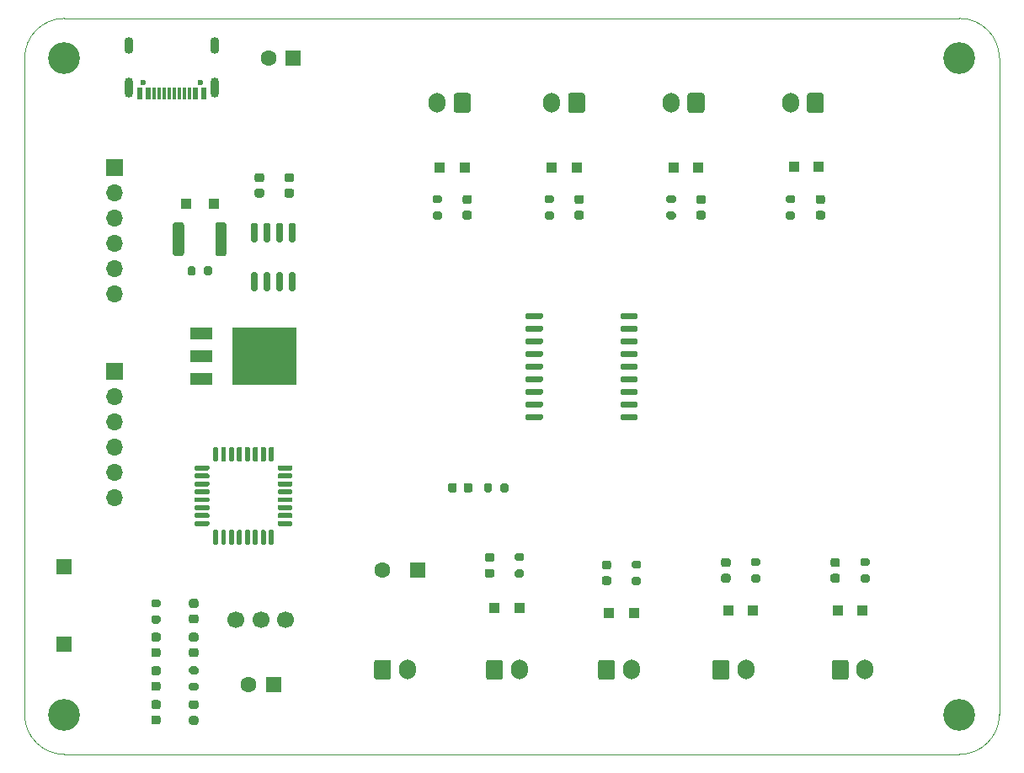
<source format=gts>
%TF.GenerationSoftware,KiCad,Pcbnew,(5.1.12)-1*%
%TF.CreationDate,2022-03-18T17:06:51+09:00*%
%TF.ProjectId,NHK2022_Solenoid_Valve,4e484b32-3032-4325-9f53-6f6c656e6f69,rev?*%
%TF.SameCoordinates,PX42c1d80PY7bfa480*%
%TF.FileFunction,Soldermask,Top*%
%TF.FilePolarity,Negative*%
%FSLAX46Y46*%
G04 Gerber Fmt 4.6, Leading zero omitted, Abs format (unit mm)*
G04 Created by KiCad (PCBNEW (5.1.12)-1) date 2022-03-18 17:06:51*
%MOMM*%
%LPD*%
G01*
G04 APERTURE LIST*
%TA.AperFunction,Profile*%
%ADD10C,0.050000*%
%TD*%
%ADD11C,3.200000*%
%ADD12C,1.600000*%
%ADD13R,1.600000X1.600000*%
%ADD14R,1.000000X1.000000*%
%ADD15R,1.100000X1.100000*%
%ADD16O,1.700000X2.000000*%
%ADD17O,1.700000X1.700000*%
%ADD18R,1.700000X1.700000*%
%ADD19O,0.900000X2.000000*%
%ADD20O,0.900000X1.700000*%
%ADD21R,0.300000X1.160000*%
%ADD22C,0.600000*%
%ADD23R,0.600000X1.160000*%
%ADD24R,2.200000X1.200000*%
%ADD25R,6.400000X5.800000*%
%ADD26C,1.700000*%
%ADD27R,1.500000X1.500000*%
G04 APERTURE END LIST*
D10*
X70000000Y74000000D02*
X94000000Y74000000D01*
X94000000Y0D02*
X70000000Y0D01*
X98000000Y70000000D02*
X98000000Y4000000D01*
X94000000Y74000000D02*
G75*
G02*
X98000000Y70000000I0J-4000000D01*
G01*
X98000000Y4000000D02*
G75*
G02*
X94000000Y0I-4000000J0D01*
G01*
X4000000Y74000000D02*
X70000000Y74000000D01*
X0Y70000000D02*
G75*
G02*
X4000000Y74000000I4000000J0D01*
G01*
X0Y70000000D02*
X0Y4000000D01*
X4000000Y0D02*
X70000000Y0D01*
X4000000Y0D02*
G75*
G02*
X0Y4000000I0J4000000D01*
G01*
D11*
%TO.C,REF1*%
X4000000Y70000000D03*
%TD*%
%TO.C,REF2*%
X94000000Y70000000D03*
%TD*%
%TO.C,REF3*%
X94000000Y4000000D03*
%TD*%
%TO.C,REF4*%
X4000000Y4000000D03*
%TD*%
%TO.C,C2*%
G36*
G01*
X13450000Y3000000D02*
X12950000Y3000000D01*
G75*
G02*
X12725000Y3225000I0J225000D01*
G01*
X12725000Y3675000D01*
G75*
G02*
X12950000Y3900000I225000J0D01*
G01*
X13450000Y3900000D01*
G75*
G02*
X13675000Y3675000I0J-225000D01*
G01*
X13675000Y3225000D01*
G75*
G02*
X13450000Y3000000I-225000J0D01*
G01*
G37*
G36*
G01*
X13450000Y4550000D02*
X12950000Y4550000D01*
G75*
G02*
X12725000Y4775000I0J225000D01*
G01*
X12725000Y5225000D01*
G75*
G02*
X12950000Y5450000I225000J0D01*
G01*
X13450000Y5450000D01*
G75*
G02*
X13675000Y5225000I0J-225000D01*
G01*
X13675000Y4775000D01*
G75*
G02*
X13450000Y4550000I-225000J0D01*
G01*
G37*
%TD*%
D12*
%TO.C,C3*%
X24500000Y70000000D03*
D13*
X27000000Y70000000D03*
%TD*%
%TO.C,C4*%
G36*
G01*
X13450000Y7950000D02*
X12950000Y7950000D01*
G75*
G02*
X12725000Y8175000I0J225000D01*
G01*
X12725000Y8625000D01*
G75*
G02*
X12950000Y8850000I225000J0D01*
G01*
X13450000Y8850000D01*
G75*
G02*
X13675000Y8625000I0J-225000D01*
G01*
X13675000Y8175000D01*
G75*
G02*
X13450000Y7950000I-225000J0D01*
G01*
G37*
G36*
G01*
X13450000Y6400000D02*
X12950000Y6400000D01*
G75*
G02*
X12725000Y6625000I0J225000D01*
G01*
X12725000Y7075000D01*
G75*
G02*
X12950000Y7300000I225000J0D01*
G01*
X13450000Y7300000D01*
G75*
G02*
X13675000Y7075000I0J-225000D01*
G01*
X13675000Y6625000D01*
G75*
G02*
X13450000Y6400000I-225000J0D01*
G01*
G37*
%TD*%
%TO.C,C5*%
G36*
G01*
X23850000Y55975000D02*
X23350000Y55975000D01*
G75*
G02*
X23125000Y56200000I0J225000D01*
G01*
X23125000Y56650000D01*
G75*
G02*
X23350000Y56875000I225000J0D01*
G01*
X23850000Y56875000D01*
G75*
G02*
X24075000Y56650000I0J-225000D01*
G01*
X24075000Y56200000D01*
G75*
G02*
X23850000Y55975000I-225000J0D01*
G01*
G37*
G36*
G01*
X23850000Y57525000D02*
X23350000Y57525000D01*
G75*
G02*
X23125000Y57750000I0J225000D01*
G01*
X23125000Y58200000D01*
G75*
G02*
X23350000Y58425000I225000J0D01*
G01*
X23850000Y58425000D01*
G75*
G02*
X24075000Y58200000I0J-225000D01*
G01*
X24075000Y57750000D01*
G75*
G02*
X23850000Y57525000I-225000J0D01*
G01*
G37*
%TD*%
%TO.C,C6*%
G36*
G01*
X17250000Y14725000D02*
X16750000Y14725000D01*
G75*
G02*
X16525000Y14950000I0J225000D01*
G01*
X16525000Y15400000D01*
G75*
G02*
X16750000Y15625000I225000J0D01*
G01*
X17250000Y15625000D01*
G75*
G02*
X17475000Y15400000I0J-225000D01*
G01*
X17475000Y14950000D01*
G75*
G02*
X17250000Y14725000I-225000J0D01*
G01*
G37*
G36*
G01*
X17250000Y13175000D02*
X16750000Y13175000D01*
G75*
G02*
X16525000Y13400000I0J225000D01*
G01*
X16525000Y13850000D01*
G75*
G02*
X16750000Y14075000I225000J0D01*
G01*
X17250000Y14075000D01*
G75*
G02*
X17475000Y13850000I0J-225000D01*
G01*
X17475000Y13400000D01*
G75*
G02*
X17250000Y13175000I-225000J0D01*
G01*
G37*
%TD*%
%TO.C,C7*%
G36*
G01*
X17250000Y9775000D02*
X16750000Y9775000D01*
G75*
G02*
X16525000Y10000000I0J225000D01*
G01*
X16525000Y10450000D01*
G75*
G02*
X16750000Y10675000I225000J0D01*
G01*
X17250000Y10675000D01*
G75*
G02*
X17475000Y10450000I0J-225000D01*
G01*
X17475000Y10000000D01*
G75*
G02*
X17250000Y9775000I-225000J0D01*
G01*
G37*
G36*
G01*
X17250000Y11325000D02*
X16750000Y11325000D01*
G75*
G02*
X16525000Y11550000I0J225000D01*
G01*
X16525000Y12000000D01*
G75*
G02*
X16750000Y12225000I225000J0D01*
G01*
X17250000Y12225000D01*
G75*
G02*
X17475000Y12000000I0J-225000D01*
G01*
X17475000Y11550000D01*
G75*
G02*
X17250000Y11325000I-225000J0D01*
G01*
G37*
%TD*%
%TO.C,C8*%
G36*
G01*
X26850000Y55975000D02*
X26350000Y55975000D01*
G75*
G02*
X26125000Y56200000I0J225000D01*
G01*
X26125000Y56650000D01*
G75*
G02*
X26350000Y56875000I225000J0D01*
G01*
X26850000Y56875000D01*
G75*
G02*
X27075000Y56650000I0J-225000D01*
G01*
X27075000Y56200000D01*
G75*
G02*
X26850000Y55975000I-225000J0D01*
G01*
G37*
G36*
G01*
X26850000Y57525000D02*
X26350000Y57525000D01*
G75*
G02*
X26125000Y57750000I0J225000D01*
G01*
X26125000Y58200000D01*
G75*
G02*
X26350000Y58425000I225000J0D01*
G01*
X26850000Y58425000D01*
G75*
G02*
X27075000Y58200000I0J-225000D01*
G01*
X27075000Y57750000D01*
G75*
G02*
X26850000Y57525000I-225000J0D01*
G01*
G37*
%TD*%
%TO.C,C9*%
G36*
G01*
X13450000Y11325000D02*
X12950000Y11325000D01*
G75*
G02*
X12725000Y11550000I0J225000D01*
G01*
X12725000Y12000000D01*
G75*
G02*
X12950000Y12225000I225000J0D01*
G01*
X13450000Y12225000D01*
G75*
G02*
X13675000Y12000000I0J-225000D01*
G01*
X13675000Y11550000D01*
G75*
G02*
X13450000Y11325000I-225000J0D01*
G01*
G37*
G36*
G01*
X13450000Y9775000D02*
X12950000Y9775000D01*
G75*
G02*
X12725000Y10000000I0J225000D01*
G01*
X12725000Y10450000D01*
G75*
G02*
X12950000Y10675000I225000J0D01*
G01*
X13450000Y10675000D01*
G75*
G02*
X13675000Y10450000I0J-225000D01*
G01*
X13675000Y10000000D01*
G75*
G02*
X13450000Y9775000I-225000J0D01*
G01*
G37*
%TD*%
%TO.C,C10*%
X25000000Y7000000D03*
D12*
X22500000Y7000000D03*
%TD*%
D13*
%TO.C,C1*%
X39500000Y18500000D03*
D12*
X36000000Y18500000D03*
%TD*%
%TO.C,D1*%
G36*
G01*
X44150000Y26543750D02*
X44150000Y27056250D01*
G75*
G02*
X44368750Y27275000I218750J0D01*
G01*
X44806250Y27275000D01*
G75*
G02*
X45025000Y27056250I0J-218750D01*
G01*
X45025000Y26543750D01*
G75*
G02*
X44806250Y26325000I-218750J0D01*
G01*
X44368750Y26325000D01*
G75*
G02*
X44150000Y26543750I0J218750D01*
G01*
G37*
G36*
G01*
X42575000Y26543750D02*
X42575000Y27056250D01*
G75*
G02*
X42793750Y27275000I218750J0D01*
G01*
X43231250Y27275000D01*
G75*
G02*
X43450000Y27056250I0J-218750D01*
G01*
X43450000Y26543750D01*
G75*
G02*
X43231250Y26325000I-218750J0D01*
G01*
X42793750Y26325000D01*
G75*
G02*
X42575000Y26543750I0J218750D01*
G01*
G37*
%TD*%
D14*
%TO.C,D2*%
X41750000Y59000000D03*
X44250000Y59000000D03*
%TD*%
%TO.C,D3*%
G36*
G01*
X44243750Y56225000D02*
X44756250Y56225000D01*
G75*
G02*
X44975000Y56006250I0J-218750D01*
G01*
X44975000Y55568750D01*
G75*
G02*
X44756250Y55350000I-218750J0D01*
G01*
X44243750Y55350000D01*
G75*
G02*
X44025000Y55568750I0J218750D01*
G01*
X44025000Y56006250D01*
G75*
G02*
X44243750Y56225000I218750J0D01*
G01*
G37*
G36*
G01*
X44243750Y54650000D02*
X44756250Y54650000D01*
G75*
G02*
X44975000Y54431250I0J-218750D01*
G01*
X44975000Y53993750D01*
G75*
G02*
X44756250Y53775000I-218750J0D01*
G01*
X44243750Y53775000D01*
G75*
G02*
X44025000Y53993750I0J218750D01*
G01*
X44025000Y54431250D01*
G75*
G02*
X44243750Y54650000I218750J0D01*
G01*
G37*
%TD*%
%TO.C,D4*%
X55500000Y59000000D03*
X53000000Y59000000D03*
%TD*%
%TO.C,D5*%
G36*
G01*
X55493750Y54650000D02*
X56006250Y54650000D01*
G75*
G02*
X56225000Y54431250I0J-218750D01*
G01*
X56225000Y53993750D01*
G75*
G02*
X56006250Y53775000I-218750J0D01*
G01*
X55493750Y53775000D01*
G75*
G02*
X55275000Y53993750I0J218750D01*
G01*
X55275000Y54431250D01*
G75*
G02*
X55493750Y54650000I218750J0D01*
G01*
G37*
G36*
G01*
X55493750Y56225000D02*
X56006250Y56225000D01*
G75*
G02*
X56225000Y56006250I0J-218750D01*
G01*
X56225000Y55568750D01*
G75*
G02*
X56006250Y55350000I-218750J0D01*
G01*
X55493750Y55350000D01*
G75*
G02*
X55275000Y55568750I0J218750D01*
G01*
X55275000Y56006250D01*
G75*
G02*
X55493750Y56225000I218750J0D01*
G01*
G37*
%TD*%
%TO.C,D6*%
X65250000Y59000000D03*
X67750000Y59000000D03*
%TD*%
%TO.C,D7*%
G36*
G01*
X67743750Y56225000D02*
X68256250Y56225000D01*
G75*
G02*
X68475000Y56006250I0J-218750D01*
G01*
X68475000Y55568750D01*
G75*
G02*
X68256250Y55350000I-218750J0D01*
G01*
X67743750Y55350000D01*
G75*
G02*
X67525000Y55568750I0J218750D01*
G01*
X67525000Y56006250D01*
G75*
G02*
X67743750Y56225000I218750J0D01*
G01*
G37*
G36*
G01*
X67743750Y54650000D02*
X68256250Y54650000D01*
G75*
G02*
X68475000Y54431250I0J-218750D01*
G01*
X68475000Y53993750D01*
G75*
G02*
X68256250Y53775000I-218750J0D01*
G01*
X67743750Y53775000D01*
G75*
G02*
X67525000Y53993750I0J218750D01*
G01*
X67525000Y54431250D01*
G75*
G02*
X67743750Y54650000I218750J0D01*
G01*
G37*
%TD*%
%TO.C,D8*%
X77350000Y59100000D03*
X79850000Y59100000D03*
%TD*%
%TO.C,D9*%
G36*
G01*
X79743750Y54650000D02*
X80256250Y54650000D01*
G75*
G02*
X80475000Y54431250I0J-218750D01*
G01*
X80475000Y53993750D01*
G75*
G02*
X80256250Y53775000I-218750J0D01*
G01*
X79743750Y53775000D01*
G75*
G02*
X79525000Y53993750I0J218750D01*
G01*
X79525000Y54431250D01*
G75*
G02*
X79743750Y54650000I218750J0D01*
G01*
G37*
G36*
G01*
X79743750Y56225000D02*
X80256250Y56225000D01*
G75*
G02*
X80475000Y56006250I0J-218750D01*
G01*
X80475000Y55568750D01*
G75*
G02*
X80256250Y55350000I-218750J0D01*
G01*
X79743750Y55350000D01*
G75*
G02*
X79525000Y55568750I0J218750D01*
G01*
X79525000Y56006250D01*
G75*
G02*
X79743750Y56225000I218750J0D01*
G01*
G37*
%TD*%
%TO.C,D10*%
X84250000Y14500000D03*
X81750000Y14500000D03*
%TD*%
%TO.C,D11*%
G36*
G01*
X81756250Y17275000D02*
X81243750Y17275000D01*
G75*
G02*
X81025000Y17493750I0J218750D01*
G01*
X81025000Y17931250D01*
G75*
G02*
X81243750Y18150000I218750J0D01*
G01*
X81756250Y18150000D01*
G75*
G02*
X81975000Y17931250I0J-218750D01*
G01*
X81975000Y17493750D01*
G75*
G02*
X81756250Y17275000I-218750J0D01*
G01*
G37*
G36*
G01*
X81756250Y18850000D02*
X81243750Y18850000D01*
G75*
G02*
X81025000Y19068750I0J218750D01*
G01*
X81025000Y19506250D01*
G75*
G02*
X81243750Y19725000I218750J0D01*
G01*
X81756250Y19725000D01*
G75*
G02*
X81975000Y19506250I0J-218750D01*
G01*
X81975000Y19068750D01*
G75*
G02*
X81756250Y18850000I-218750J0D01*
G01*
G37*
%TD*%
%TO.C,D12*%
X70750000Y14500000D03*
X73250000Y14500000D03*
%TD*%
%TO.C,D13*%
G36*
G01*
X70756250Y18850000D02*
X70243750Y18850000D01*
G75*
G02*
X70025000Y19068750I0J218750D01*
G01*
X70025000Y19506250D01*
G75*
G02*
X70243750Y19725000I218750J0D01*
G01*
X70756250Y19725000D01*
G75*
G02*
X70975000Y19506250I0J-218750D01*
G01*
X70975000Y19068750D01*
G75*
G02*
X70756250Y18850000I-218750J0D01*
G01*
G37*
G36*
G01*
X70756250Y17275000D02*
X70243750Y17275000D01*
G75*
G02*
X70025000Y17493750I0J218750D01*
G01*
X70025000Y17931250D01*
G75*
G02*
X70243750Y18150000I218750J0D01*
G01*
X70756250Y18150000D01*
G75*
G02*
X70975000Y17931250I0J-218750D01*
G01*
X70975000Y17493750D01*
G75*
G02*
X70756250Y17275000I-218750J0D01*
G01*
G37*
%TD*%
%TO.C,D14*%
X58750000Y14250000D03*
X61250000Y14250000D03*
%TD*%
%TO.C,D15*%
G36*
G01*
X58756250Y18600000D02*
X58243750Y18600000D01*
G75*
G02*
X58025000Y18818750I0J218750D01*
G01*
X58025000Y19256250D01*
G75*
G02*
X58243750Y19475000I218750J0D01*
G01*
X58756250Y19475000D01*
G75*
G02*
X58975000Y19256250I0J-218750D01*
G01*
X58975000Y18818750D01*
G75*
G02*
X58756250Y18600000I-218750J0D01*
G01*
G37*
G36*
G01*
X58756250Y17025000D02*
X58243750Y17025000D01*
G75*
G02*
X58025000Y17243750I0J218750D01*
G01*
X58025000Y17681250D01*
G75*
G02*
X58243750Y17900000I218750J0D01*
G01*
X58756250Y17900000D01*
G75*
G02*
X58975000Y17681250I0J-218750D01*
G01*
X58975000Y17243750D01*
G75*
G02*
X58756250Y17025000I-218750J0D01*
G01*
G37*
%TD*%
%TO.C,D16*%
X47250000Y14750000D03*
X49750000Y14750000D03*
%TD*%
%TO.C,D17*%
G36*
G01*
X47006250Y17775000D02*
X46493750Y17775000D01*
G75*
G02*
X46275000Y17993750I0J218750D01*
G01*
X46275000Y18431250D01*
G75*
G02*
X46493750Y18650000I218750J0D01*
G01*
X47006250Y18650000D01*
G75*
G02*
X47225000Y18431250I0J-218750D01*
G01*
X47225000Y17993750D01*
G75*
G02*
X47006250Y17775000I-218750J0D01*
G01*
G37*
G36*
G01*
X47006250Y19350000D02*
X46493750Y19350000D01*
G75*
G02*
X46275000Y19568750I0J218750D01*
G01*
X46275000Y20006250D01*
G75*
G02*
X46493750Y20225000I218750J0D01*
G01*
X47006250Y20225000D01*
G75*
G02*
X47225000Y20006250I0J-218750D01*
G01*
X47225000Y19568750D01*
G75*
G02*
X47006250Y19350000I-218750J0D01*
G01*
G37*
%TD*%
D15*
%TO.C,D18*%
X19000000Y55400000D03*
X16200000Y55400000D03*
%TD*%
%TO.C,D19*%
G36*
G01*
X17256250Y2975000D02*
X16743750Y2975000D01*
G75*
G02*
X16525000Y3193750I0J218750D01*
G01*
X16525000Y3631250D01*
G75*
G02*
X16743750Y3850000I218750J0D01*
G01*
X17256250Y3850000D01*
G75*
G02*
X17475000Y3631250I0J-218750D01*
G01*
X17475000Y3193750D01*
G75*
G02*
X17256250Y2975000I-218750J0D01*
G01*
G37*
G36*
G01*
X17256250Y4550000D02*
X16743750Y4550000D01*
G75*
G02*
X16525000Y4768750I0J218750D01*
G01*
X16525000Y5206250D01*
G75*
G02*
X16743750Y5425000I218750J0D01*
G01*
X17256250Y5425000D01*
G75*
G02*
X17475000Y5206250I0J-218750D01*
G01*
X17475000Y4768750D01*
G75*
G02*
X17256250Y4550000I-218750J0D01*
G01*
G37*
%TD*%
%TO.C,J1*%
G36*
G01*
X57650000Y7750000D02*
X57650000Y9250000D01*
G75*
G02*
X57900000Y9500000I250000J0D01*
G01*
X59100000Y9500000D01*
G75*
G02*
X59350000Y9250000I0J-250000D01*
G01*
X59350000Y7750000D01*
G75*
G02*
X59100000Y7500000I-250000J0D01*
G01*
X57900000Y7500000D01*
G75*
G02*
X57650000Y7750000I0J250000D01*
G01*
G37*
D16*
X61000000Y8500000D03*
%TD*%
%TO.C,J2*%
G36*
G01*
X44850000Y66250000D02*
X44850000Y64750000D01*
G75*
G02*
X44600000Y64500000I-250000J0D01*
G01*
X43400000Y64500000D01*
G75*
G02*
X43150000Y64750000I0J250000D01*
G01*
X43150000Y66250000D01*
G75*
G02*
X43400000Y66500000I250000J0D01*
G01*
X44600000Y66500000D01*
G75*
G02*
X44850000Y66250000I0J-250000D01*
G01*
G37*
X41500000Y65500000D03*
%TD*%
%TO.C,J3*%
G36*
G01*
X56350000Y66250000D02*
X56350000Y64750000D01*
G75*
G02*
X56100000Y64500000I-250000J0D01*
G01*
X54900000Y64500000D01*
G75*
G02*
X54650000Y64750000I0J250000D01*
G01*
X54650000Y66250000D01*
G75*
G02*
X54900000Y66500000I250000J0D01*
G01*
X56100000Y66500000D01*
G75*
G02*
X56350000Y66250000I0J-250000D01*
G01*
G37*
X53000000Y65500000D03*
%TD*%
%TO.C,J4*%
X65000000Y65500000D03*
G36*
G01*
X68350000Y66250000D02*
X68350000Y64750000D01*
G75*
G02*
X68100000Y64500000I-250000J0D01*
G01*
X66900000Y64500000D01*
G75*
G02*
X66650000Y64750000I0J250000D01*
G01*
X66650000Y66250000D01*
G75*
G02*
X66900000Y66500000I250000J0D01*
G01*
X68100000Y66500000D01*
G75*
G02*
X68350000Y66250000I0J-250000D01*
G01*
G37*
%TD*%
%TO.C,J5*%
X77000000Y65500000D03*
G36*
G01*
X80350000Y66250000D02*
X80350000Y64750000D01*
G75*
G02*
X80100000Y64500000I-250000J0D01*
G01*
X78900000Y64500000D01*
G75*
G02*
X78650000Y64750000I0J250000D01*
G01*
X78650000Y66250000D01*
G75*
G02*
X78900000Y66500000I250000J0D01*
G01*
X80100000Y66500000D01*
G75*
G02*
X80350000Y66250000I0J-250000D01*
G01*
G37*
%TD*%
%TO.C,J6*%
G36*
G01*
X81150000Y7750000D02*
X81150000Y9250000D01*
G75*
G02*
X81400000Y9500000I250000J0D01*
G01*
X82600000Y9500000D01*
G75*
G02*
X82850000Y9250000I0J-250000D01*
G01*
X82850000Y7750000D01*
G75*
G02*
X82600000Y7500000I-250000J0D01*
G01*
X81400000Y7500000D01*
G75*
G02*
X81150000Y7750000I0J250000D01*
G01*
G37*
X84500000Y8500000D03*
%TD*%
%TO.C,J7*%
X72500000Y8500000D03*
G36*
G01*
X69150000Y7750000D02*
X69150000Y9250000D01*
G75*
G02*
X69400000Y9500000I250000J0D01*
G01*
X70600000Y9500000D01*
G75*
G02*
X70850000Y9250000I0J-250000D01*
G01*
X70850000Y7750000D01*
G75*
G02*
X70600000Y7500000I-250000J0D01*
G01*
X69400000Y7500000D01*
G75*
G02*
X69150000Y7750000I0J250000D01*
G01*
G37*
%TD*%
%TO.C,J8*%
X38500000Y8500000D03*
G36*
G01*
X35150000Y7750000D02*
X35150000Y9250000D01*
G75*
G02*
X35400000Y9500000I250000J0D01*
G01*
X36600000Y9500000D01*
G75*
G02*
X36850000Y9250000I0J-250000D01*
G01*
X36850000Y7750000D01*
G75*
G02*
X36600000Y7500000I-250000J0D01*
G01*
X35400000Y7500000D01*
G75*
G02*
X35150000Y7750000I0J250000D01*
G01*
G37*
%TD*%
%TO.C,J9*%
G36*
G01*
X46400000Y7750000D02*
X46400000Y9250000D01*
G75*
G02*
X46650000Y9500000I250000J0D01*
G01*
X47850000Y9500000D01*
G75*
G02*
X48100000Y9250000I0J-250000D01*
G01*
X48100000Y7750000D01*
G75*
G02*
X47850000Y7500000I-250000J0D01*
G01*
X46650000Y7500000D01*
G75*
G02*
X46400000Y7750000I0J250000D01*
G01*
G37*
X49750000Y8500000D03*
%TD*%
D17*
%TO.C,UART*%
X9000000Y46300000D03*
X9000000Y48840000D03*
X9000000Y51380000D03*
X9000000Y53920000D03*
X9000000Y56460000D03*
D18*
X9000000Y59000000D03*
%TD*%
D19*
%TO.C,J12*%
X19120000Y67070000D03*
X10480000Y67070000D03*
D20*
X19120000Y71240000D03*
X10480000Y71240000D03*
D21*
X15550000Y66490000D03*
X15050000Y66490000D03*
X14550000Y66490000D03*
X16550000Y66490000D03*
X16050000Y66490000D03*
X13550000Y66490000D03*
X14050000Y66490000D03*
X13050000Y66490000D03*
D22*
X11910000Y67550000D03*
X17690000Y67550000D03*
D23*
X17200000Y66490000D03*
X17200000Y66490000D03*
X18000000Y66490000D03*
X18000000Y66490000D03*
X12400000Y66490000D03*
X11600000Y66490000D03*
X12400000Y66490000D03*
X11600000Y66490000D03*
%TD*%
%TO.C,R1*%
G36*
G01*
X46975000Y27075000D02*
X46975000Y26525000D01*
G75*
G02*
X46775000Y26325000I-200000J0D01*
G01*
X46375000Y26325000D01*
G75*
G02*
X46175000Y26525000I0J200000D01*
G01*
X46175000Y27075000D01*
G75*
G02*
X46375000Y27275000I200000J0D01*
G01*
X46775000Y27275000D01*
G75*
G02*
X46975000Y27075000I0J-200000D01*
G01*
G37*
G36*
G01*
X48625000Y27075000D02*
X48625000Y26525000D01*
G75*
G02*
X48425000Y26325000I-200000J0D01*
G01*
X48025000Y26325000D01*
G75*
G02*
X47825000Y26525000I0J200000D01*
G01*
X47825000Y27075000D01*
G75*
G02*
X48025000Y27275000I200000J0D01*
G01*
X48425000Y27275000D01*
G75*
G02*
X48625000Y27075000I0J-200000D01*
G01*
G37*
%TD*%
%TO.C,R2*%
G36*
G01*
X41225000Y56225000D02*
X41775000Y56225000D01*
G75*
G02*
X41975000Y56025000I0J-200000D01*
G01*
X41975000Y55625000D01*
G75*
G02*
X41775000Y55425000I-200000J0D01*
G01*
X41225000Y55425000D01*
G75*
G02*
X41025000Y55625000I0J200000D01*
G01*
X41025000Y56025000D01*
G75*
G02*
X41225000Y56225000I200000J0D01*
G01*
G37*
G36*
G01*
X41225000Y54575000D02*
X41775000Y54575000D01*
G75*
G02*
X41975000Y54375000I0J-200000D01*
G01*
X41975000Y53975000D01*
G75*
G02*
X41775000Y53775000I-200000J0D01*
G01*
X41225000Y53775000D01*
G75*
G02*
X41025000Y53975000I0J200000D01*
G01*
X41025000Y54375000D01*
G75*
G02*
X41225000Y54575000I200000J0D01*
G01*
G37*
%TD*%
%TO.C,R3*%
G36*
G01*
X52475000Y56225000D02*
X53025000Y56225000D01*
G75*
G02*
X53225000Y56025000I0J-200000D01*
G01*
X53225000Y55625000D01*
G75*
G02*
X53025000Y55425000I-200000J0D01*
G01*
X52475000Y55425000D01*
G75*
G02*
X52275000Y55625000I0J200000D01*
G01*
X52275000Y56025000D01*
G75*
G02*
X52475000Y56225000I200000J0D01*
G01*
G37*
G36*
G01*
X52475000Y54575000D02*
X53025000Y54575000D01*
G75*
G02*
X53225000Y54375000I0J-200000D01*
G01*
X53225000Y53975000D01*
G75*
G02*
X53025000Y53775000I-200000J0D01*
G01*
X52475000Y53775000D01*
G75*
G02*
X52275000Y53975000I0J200000D01*
G01*
X52275000Y54375000D01*
G75*
G02*
X52475000Y54575000I200000J0D01*
G01*
G37*
%TD*%
%TO.C,R4*%
G36*
G01*
X64725000Y54575000D02*
X65275000Y54575000D01*
G75*
G02*
X65475000Y54375000I0J-200000D01*
G01*
X65475000Y53975000D01*
G75*
G02*
X65275000Y53775000I-200000J0D01*
G01*
X64725000Y53775000D01*
G75*
G02*
X64525000Y53975000I0J200000D01*
G01*
X64525000Y54375000D01*
G75*
G02*
X64725000Y54575000I200000J0D01*
G01*
G37*
G36*
G01*
X64725000Y56225000D02*
X65275000Y56225000D01*
G75*
G02*
X65475000Y56025000I0J-200000D01*
G01*
X65475000Y55625000D01*
G75*
G02*
X65275000Y55425000I-200000J0D01*
G01*
X64725000Y55425000D01*
G75*
G02*
X64525000Y55625000I0J200000D01*
G01*
X64525000Y56025000D01*
G75*
G02*
X64725000Y56225000I200000J0D01*
G01*
G37*
%TD*%
%TO.C,R5*%
G36*
G01*
X76725000Y56225000D02*
X77275000Y56225000D01*
G75*
G02*
X77475000Y56025000I0J-200000D01*
G01*
X77475000Y55625000D01*
G75*
G02*
X77275000Y55425000I-200000J0D01*
G01*
X76725000Y55425000D01*
G75*
G02*
X76525000Y55625000I0J200000D01*
G01*
X76525000Y56025000D01*
G75*
G02*
X76725000Y56225000I200000J0D01*
G01*
G37*
G36*
G01*
X76725000Y54575000D02*
X77275000Y54575000D01*
G75*
G02*
X77475000Y54375000I0J-200000D01*
G01*
X77475000Y53975000D01*
G75*
G02*
X77275000Y53775000I-200000J0D01*
G01*
X76725000Y53775000D01*
G75*
G02*
X76525000Y53975000I0J200000D01*
G01*
X76525000Y54375000D01*
G75*
G02*
X76725000Y54575000I200000J0D01*
G01*
G37*
%TD*%
%TO.C,R6*%
G36*
G01*
X84775000Y18925000D02*
X84225000Y18925000D01*
G75*
G02*
X84025000Y19125000I0J200000D01*
G01*
X84025000Y19525000D01*
G75*
G02*
X84225000Y19725000I200000J0D01*
G01*
X84775000Y19725000D01*
G75*
G02*
X84975000Y19525000I0J-200000D01*
G01*
X84975000Y19125000D01*
G75*
G02*
X84775000Y18925000I-200000J0D01*
G01*
G37*
G36*
G01*
X84775000Y17275000D02*
X84225000Y17275000D01*
G75*
G02*
X84025000Y17475000I0J200000D01*
G01*
X84025000Y17875000D01*
G75*
G02*
X84225000Y18075000I200000J0D01*
G01*
X84775000Y18075000D01*
G75*
G02*
X84975000Y17875000I0J-200000D01*
G01*
X84975000Y17475000D01*
G75*
G02*
X84775000Y17275000I-200000J0D01*
G01*
G37*
%TD*%
%TO.C,R7*%
G36*
G01*
X73775000Y18925000D02*
X73225000Y18925000D01*
G75*
G02*
X73025000Y19125000I0J200000D01*
G01*
X73025000Y19525000D01*
G75*
G02*
X73225000Y19725000I200000J0D01*
G01*
X73775000Y19725000D01*
G75*
G02*
X73975000Y19525000I0J-200000D01*
G01*
X73975000Y19125000D01*
G75*
G02*
X73775000Y18925000I-200000J0D01*
G01*
G37*
G36*
G01*
X73775000Y17275000D02*
X73225000Y17275000D01*
G75*
G02*
X73025000Y17475000I0J200000D01*
G01*
X73025000Y17875000D01*
G75*
G02*
X73225000Y18075000I200000J0D01*
G01*
X73775000Y18075000D01*
G75*
G02*
X73975000Y17875000I0J-200000D01*
G01*
X73975000Y17475000D01*
G75*
G02*
X73775000Y17275000I-200000J0D01*
G01*
G37*
%TD*%
%TO.C,R8*%
G36*
G01*
X61775000Y17025000D02*
X61225000Y17025000D01*
G75*
G02*
X61025000Y17225000I0J200000D01*
G01*
X61025000Y17625000D01*
G75*
G02*
X61225000Y17825000I200000J0D01*
G01*
X61775000Y17825000D01*
G75*
G02*
X61975000Y17625000I0J-200000D01*
G01*
X61975000Y17225000D01*
G75*
G02*
X61775000Y17025000I-200000J0D01*
G01*
G37*
G36*
G01*
X61775000Y18675000D02*
X61225000Y18675000D01*
G75*
G02*
X61025000Y18875000I0J200000D01*
G01*
X61025000Y19275000D01*
G75*
G02*
X61225000Y19475000I200000J0D01*
G01*
X61775000Y19475000D01*
G75*
G02*
X61975000Y19275000I0J-200000D01*
G01*
X61975000Y18875000D01*
G75*
G02*
X61775000Y18675000I-200000J0D01*
G01*
G37*
%TD*%
%TO.C,R9*%
G36*
G01*
X50025000Y19425000D02*
X49475000Y19425000D01*
G75*
G02*
X49275000Y19625000I0J200000D01*
G01*
X49275000Y20025000D01*
G75*
G02*
X49475000Y20225000I200000J0D01*
G01*
X50025000Y20225000D01*
G75*
G02*
X50225000Y20025000I0J-200000D01*
G01*
X50225000Y19625000D01*
G75*
G02*
X50025000Y19425000I-200000J0D01*
G01*
G37*
G36*
G01*
X50025000Y17775000D02*
X49475000Y17775000D01*
G75*
G02*
X49275000Y17975000I0J200000D01*
G01*
X49275000Y18375000D01*
G75*
G02*
X49475000Y18575000I200000J0D01*
G01*
X50025000Y18575000D01*
G75*
G02*
X50225000Y18375000I0J-200000D01*
G01*
X50225000Y17975000D01*
G75*
G02*
X50025000Y17775000I-200000J0D01*
G01*
G37*
%TD*%
%TO.C,R10*%
G36*
G01*
X13475000Y13150000D02*
X12925000Y13150000D01*
G75*
G02*
X12725000Y13350000I0J200000D01*
G01*
X12725000Y13750000D01*
G75*
G02*
X12925000Y13950000I200000J0D01*
G01*
X13475000Y13950000D01*
G75*
G02*
X13675000Y13750000I0J-200000D01*
G01*
X13675000Y13350000D01*
G75*
G02*
X13475000Y13150000I-200000J0D01*
G01*
G37*
G36*
G01*
X13475000Y14800000D02*
X12925000Y14800000D01*
G75*
G02*
X12725000Y15000000I0J200000D01*
G01*
X12725000Y15400000D01*
G75*
G02*
X12925000Y15600000I200000J0D01*
G01*
X13475000Y15600000D01*
G75*
G02*
X13675000Y15400000I0J-200000D01*
G01*
X13675000Y15000000D01*
G75*
G02*
X13475000Y14800000I-200000J0D01*
G01*
G37*
%TD*%
%TO.C,R11*%
G36*
G01*
X18025000Y48325000D02*
X18025000Y48875000D01*
G75*
G02*
X18225000Y49075000I200000J0D01*
G01*
X18625000Y49075000D01*
G75*
G02*
X18825000Y48875000I0J-200000D01*
G01*
X18825000Y48325000D01*
G75*
G02*
X18625000Y48125000I-200000J0D01*
G01*
X18225000Y48125000D01*
G75*
G02*
X18025000Y48325000I0J200000D01*
G01*
G37*
G36*
G01*
X16375000Y48325000D02*
X16375000Y48875000D01*
G75*
G02*
X16575000Y49075000I200000J0D01*
G01*
X16975000Y49075000D01*
G75*
G02*
X17175000Y48875000I0J-200000D01*
G01*
X17175000Y48325000D01*
G75*
G02*
X16975000Y48125000I-200000J0D01*
G01*
X16575000Y48125000D01*
G75*
G02*
X16375000Y48325000I0J200000D01*
G01*
G37*
%TD*%
%TO.C,R12*%
G36*
G01*
X17275000Y6400000D02*
X16725000Y6400000D01*
G75*
G02*
X16525000Y6600000I0J200000D01*
G01*
X16525000Y7000000D01*
G75*
G02*
X16725000Y7200000I200000J0D01*
G01*
X17275000Y7200000D01*
G75*
G02*
X17475000Y7000000I0J-200000D01*
G01*
X17475000Y6600000D01*
G75*
G02*
X17275000Y6400000I-200000J0D01*
G01*
G37*
G36*
G01*
X17275000Y8050000D02*
X16725000Y8050000D01*
G75*
G02*
X16525000Y8250000I0J200000D01*
G01*
X16525000Y8650000D01*
G75*
G02*
X16725000Y8850000I200000J0D01*
G01*
X17275000Y8850000D01*
G75*
G02*
X17475000Y8650000I0J-200000D01*
G01*
X17475000Y8250000D01*
G75*
G02*
X17275000Y8050000I-200000J0D01*
G01*
G37*
%TD*%
%TO.C,U1*%
G36*
G01*
X50350000Y43930000D02*
X50350000Y44230000D01*
G75*
G02*
X50500000Y44380000I150000J0D01*
G01*
X51950000Y44380000D01*
G75*
G02*
X52100000Y44230000I0J-150000D01*
G01*
X52100000Y43930000D01*
G75*
G02*
X51950000Y43780000I-150000J0D01*
G01*
X50500000Y43780000D01*
G75*
G02*
X50350000Y43930000I0J150000D01*
G01*
G37*
G36*
G01*
X50350000Y42660000D02*
X50350000Y42960000D01*
G75*
G02*
X50500000Y43110000I150000J0D01*
G01*
X51950000Y43110000D01*
G75*
G02*
X52100000Y42960000I0J-150000D01*
G01*
X52100000Y42660000D01*
G75*
G02*
X51950000Y42510000I-150000J0D01*
G01*
X50500000Y42510000D01*
G75*
G02*
X50350000Y42660000I0J150000D01*
G01*
G37*
G36*
G01*
X50350000Y41390000D02*
X50350000Y41690000D01*
G75*
G02*
X50500000Y41840000I150000J0D01*
G01*
X51950000Y41840000D01*
G75*
G02*
X52100000Y41690000I0J-150000D01*
G01*
X52100000Y41390000D01*
G75*
G02*
X51950000Y41240000I-150000J0D01*
G01*
X50500000Y41240000D01*
G75*
G02*
X50350000Y41390000I0J150000D01*
G01*
G37*
G36*
G01*
X50350000Y40120000D02*
X50350000Y40420000D01*
G75*
G02*
X50500000Y40570000I150000J0D01*
G01*
X51950000Y40570000D01*
G75*
G02*
X52100000Y40420000I0J-150000D01*
G01*
X52100000Y40120000D01*
G75*
G02*
X51950000Y39970000I-150000J0D01*
G01*
X50500000Y39970000D01*
G75*
G02*
X50350000Y40120000I0J150000D01*
G01*
G37*
G36*
G01*
X50350000Y38850000D02*
X50350000Y39150000D01*
G75*
G02*
X50500000Y39300000I150000J0D01*
G01*
X51950000Y39300000D01*
G75*
G02*
X52100000Y39150000I0J-150000D01*
G01*
X52100000Y38850000D01*
G75*
G02*
X51950000Y38700000I-150000J0D01*
G01*
X50500000Y38700000D01*
G75*
G02*
X50350000Y38850000I0J150000D01*
G01*
G37*
G36*
G01*
X50350000Y37580000D02*
X50350000Y37880000D01*
G75*
G02*
X50500000Y38030000I150000J0D01*
G01*
X51950000Y38030000D01*
G75*
G02*
X52100000Y37880000I0J-150000D01*
G01*
X52100000Y37580000D01*
G75*
G02*
X51950000Y37430000I-150000J0D01*
G01*
X50500000Y37430000D01*
G75*
G02*
X50350000Y37580000I0J150000D01*
G01*
G37*
G36*
G01*
X50350000Y36310000D02*
X50350000Y36610000D01*
G75*
G02*
X50500000Y36760000I150000J0D01*
G01*
X51950000Y36760000D01*
G75*
G02*
X52100000Y36610000I0J-150000D01*
G01*
X52100000Y36310000D01*
G75*
G02*
X51950000Y36160000I-150000J0D01*
G01*
X50500000Y36160000D01*
G75*
G02*
X50350000Y36310000I0J150000D01*
G01*
G37*
G36*
G01*
X50350000Y35040000D02*
X50350000Y35340000D01*
G75*
G02*
X50500000Y35490000I150000J0D01*
G01*
X51950000Y35490000D01*
G75*
G02*
X52100000Y35340000I0J-150000D01*
G01*
X52100000Y35040000D01*
G75*
G02*
X51950000Y34890000I-150000J0D01*
G01*
X50500000Y34890000D01*
G75*
G02*
X50350000Y35040000I0J150000D01*
G01*
G37*
G36*
G01*
X50350000Y33770000D02*
X50350000Y34070000D01*
G75*
G02*
X50500000Y34220000I150000J0D01*
G01*
X51950000Y34220000D01*
G75*
G02*
X52100000Y34070000I0J-150000D01*
G01*
X52100000Y33770000D01*
G75*
G02*
X51950000Y33620000I-150000J0D01*
G01*
X50500000Y33620000D01*
G75*
G02*
X50350000Y33770000I0J150000D01*
G01*
G37*
G36*
G01*
X59900000Y33770000D02*
X59900000Y34070000D01*
G75*
G02*
X60050000Y34220000I150000J0D01*
G01*
X61500000Y34220000D01*
G75*
G02*
X61650000Y34070000I0J-150000D01*
G01*
X61650000Y33770000D01*
G75*
G02*
X61500000Y33620000I-150000J0D01*
G01*
X60050000Y33620000D01*
G75*
G02*
X59900000Y33770000I0J150000D01*
G01*
G37*
G36*
G01*
X59900000Y35040000D02*
X59900000Y35340000D01*
G75*
G02*
X60050000Y35490000I150000J0D01*
G01*
X61500000Y35490000D01*
G75*
G02*
X61650000Y35340000I0J-150000D01*
G01*
X61650000Y35040000D01*
G75*
G02*
X61500000Y34890000I-150000J0D01*
G01*
X60050000Y34890000D01*
G75*
G02*
X59900000Y35040000I0J150000D01*
G01*
G37*
G36*
G01*
X59900000Y36310000D02*
X59900000Y36610000D01*
G75*
G02*
X60050000Y36760000I150000J0D01*
G01*
X61500000Y36760000D01*
G75*
G02*
X61650000Y36610000I0J-150000D01*
G01*
X61650000Y36310000D01*
G75*
G02*
X61500000Y36160000I-150000J0D01*
G01*
X60050000Y36160000D01*
G75*
G02*
X59900000Y36310000I0J150000D01*
G01*
G37*
G36*
G01*
X59900000Y37580000D02*
X59900000Y37880000D01*
G75*
G02*
X60050000Y38030000I150000J0D01*
G01*
X61500000Y38030000D01*
G75*
G02*
X61650000Y37880000I0J-150000D01*
G01*
X61650000Y37580000D01*
G75*
G02*
X61500000Y37430000I-150000J0D01*
G01*
X60050000Y37430000D01*
G75*
G02*
X59900000Y37580000I0J150000D01*
G01*
G37*
G36*
G01*
X59900000Y38850000D02*
X59900000Y39150000D01*
G75*
G02*
X60050000Y39300000I150000J0D01*
G01*
X61500000Y39300000D01*
G75*
G02*
X61650000Y39150000I0J-150000D01*
G01*
X61650000Y38850000D01*
G75*
G02*
X61500000Y38700000I-150000J0D01*
G01*
X60050000Y38700000D01*
G75*
G02*
X59900000Y38850000I0J150000D01*
G01*
G37*
G36*
G01*
X59900000Y40120000D02*
X59900000Y40420000D01*
G75*
G02*
X60050000Y40570000I150000J0D01*
G01*
X61500000Y40570000D01*
G75*
G02*
X61650000Y40420000I0J-150000D01*
G01*
X61650000Y40120000D01*
G75*
G02*
X61500000Y39970000I-150000J0D01*
G01*
X60050000Y39970000D01*
G75*
G02*
X59900000Y40120000I0J150000D01*
G01*
G37*
G36*
G01*
X59900000Y41390000D02*
X59900000Y41690000D01*
G75*
G02*
X60050000Y41840000I150000J0D01*
G01*
X61500000Y41840000D01*
G75*
G02*
X61650000Y41690000I0J-150000D01*
G01*
X61650000Y41390000D01*
G75*
G02*
X61500000Y41240000I-150000J0D01*
G01*
X60050000Y41240000D01*
G75*
G02*
X59900000Y41390000I0J150000D01*
G01*
G37*
G36*
G01*
X59900000Y42660000D02*
X59900000Y42960000D01*
G75*
G02*
X60050000Y43110000I150000J0D01*
G01*
X61500000Y43110000D01*
G75*
G02*
X61650000Y42960000I0J-150000D01*
G01*
X61650000Y42660000D01*
G75*
G02*
X61500000Y42510000I-150000J0D01*
G01*
X60050000Y42510000D01*
G75*
G02*
X59900000Y42660000I0J150000D01*
G01*
G37*
G36*
G01*
X59900000Y43930000D02*
X59900000Y44230000D01*
G75*
G02*
X60050000Y44380000I150000J0D01*
G01*
X61500000Y44380000D01*
G75*
G02*
X61650000Y44230000I0J-150000D01*
G01*
X61650000Y43930000D01*
G75*
G02*
X61500000Y43780000I-150000J0D01*
G01*
X60050000Y43780000D01*
G75*
G02*
X59900000Y43930000I0J150000D01*
G01*
G37*
%TD*%
%TO.C,U2*%
G36*
G01*
X19325000Y21075000D02*
X19075000Y21075000D01*
G75*
G02*
X18950000Y21200000I0J125000D01*
G01*
X18950000Y22450000D01*
G75*
G02*
X19075000Y22575000I125000J0D01*
G01*
X19325000Y22575000D01*
G75*
G02*
X19450000Y22450000I0J-125000D01*
G01*
X19450000Y21200000D01*
G75*
G02*
X19325000Y21075000I-125000J0D01*
G01*
G37*
G36*
G01*
X20125000Y21075000D02*
X19875000Y21075000D01*
G75*
G02*
X19750000Y21200000I0J125000D01*
G01*
X19750000Y22450000D01*
G75*
G02*
X19875000Y22575000I125000J0D01*
G01*
X20125000Y22575000D01*
G75*
G02*
X20250000Y22450000I0J-125000D01*
G01*
X20250000Y21200000D01*
G75*
G02*
X20125000Y21075000I-125000J0D01*
G01*
G37*
G36*
G01*
X20925000Y21075000D02*
X20675000Y21075000D01*
G75*
G02*
X20550000Y21200000I0J125000D01*
G01*
X20550000Y22450000D01*
G75*
G02*
X20675000Y22575000I125000J0D01*
G01*
X20925000Y22575000D01*
G75*
G02*
X21050000Y22450000I0J-125000D01*
G01*
X21050000Y21200000D01*
G75*
G02*
X20925000Y21075000I-125000J0D01*
G01*
G37*
G36*
G01*
X21725000Y21075000D02*
X21475000Y21075000D01*
G75*
G02*
X21350000Y21200000I0J125000D01*
G01*
X21350000Y22450000D01*
G75*
G02*
X21475000Y22575000I125000J0D01*
G01*
X21725000Y22575000D01*
G75*
G02*
X21850000Y22450000I0J-125000D01*
G01*
X21850000Y21200000D01*
G75*
G02*
X21725000Y21075000I-125000J0D01*
G01*
G37*
G36*
G01*
X22525000Y21075000D02*
X22275000Y21075000D01*
G75*
G02*
X22150000Y21200000I0J125000D01*
G01*
X22150000Y22450000D01*
G75*
G02*
X22275000Y22575000I125000J0D01*
G01*
X22525000Y22575000D01*
G75*
G02*
X22650000Y22450000I0J-125000D01*
G01*
X22650000Y21200000D01*
G75*
G02*
X22525000Y21075000I-125000J0D01*
G01*
G37*
G36*
G01*
X23325000Y21075000D02*
X23075000Y21075000D01*
G75*
G02*
X22950000Y21200000I0J125000D01*
G01*
X22950000Y22450000D01*
G75*
G02*
X23075000Y22575000I125000J0D01*
G01*
X23325000Y22575000D01*
G75*
G02*
X23450000Y22450000I0J-125000D01*
G01*
X23450000Y21200000D01*
G75*
G02*
X23325000Y21075000I-125000J0D01*
G01*
G37*
G36*
G01*
X24125000Y21075000D02*
X23875000Y21075000D01*
G75*
G02*
X23750000Y21200000I0J125000D01*
G01*
X23750000Y22450000D01*
G75*
G02*
X23875000Y22575000I125000J0D01*
G01*
X24125000Y22575000D01*
G75*
G02*
X24250000Y22450000I0J-125000D01*
G01*
X24250000Y21200000D01*
G75*
G02*
X24125000Y21075000I-125000J0D01*
G01*
G37*
G36*
G01*
X24925000Y21075000D02*
X24675000Y21075000D01*
G75*
G02*
X24550000Y21200000I0J125000D01*
G01*
X24550000Y22450000D01*
G75*
G02*
X24675000Y22575000I125000J0D01*
G01*
X24925000Y22575000D01*
G75*
G02*
X25050000Y22450000I0J-125000D01*
G01*
X25050000Y21200000D01*
G75*
G02*
X24925000Y21075000I-125000J0D01*
G01*
G37*
G36*
G01*
X26800000Y22950000D02*
X25550000Y22950000D01*
G75*
G02*
X25425000Y23075000I0J125000D01*
G01*
X25425000Y23325000D01*
G75*
G02*
X25550000Y23450000I125000J0D01*
G01*
X26800000Y23450000D01*
G75*
G02*
X26925000Y23325000I0J-125000D01*
G01*
X26925000Y23075000D01*
G75*
G02*
X26800000Y22950000I-125000J0D01*
G01*
G37*
G36*
G01*
X26800000Y23750000D02*
X25550000Y23750000D01*
G75*
G02*
X25425000Y23875000I0J125000D01*
G01*
X25425000Y24125000D01*
G75*
G02*
X25550000Y24250000I125000J0D01*
G01*
X26800000Y24250000D01*
G75*
G02*
X26925000Y24125000I0J-125000D01*
G01*
X26925000Y23875000D01*
G75*
G02*
X26800000Y23750000I-125000J0D01*
G01*
G37*
G36*
G01*
X26800000Y24550000D02*
X25550000Y24550000D01*
G75*
G02*
X25425000Y24675000I0J125000D01*
G01*
X25425000Y24925000D01*
G75*
G02*
X25550000Y25050000I125000J0D01*
G01*
X26800000Y25050000D01*
G75*
G02*
X26925000Y24925000I0J-125000D01*
G01*
X26925000Y24675000D01*
G75*
G02*
X26800000Y24550000I-125000J0D01*
G01*
G37*
G36*
G01*
X26800000Y25350000D02*
X25550000Y25350000D01*
G75*
G02*
X25425000Y25475000I0J125000D01*
G01*
X25425000Y25725000D01*
G75*
G02*
X25550000Y25850000I125000J0D01*
G01*
X26800000Y25850000D01*
G75*
G02*
X26925000Y25725000I0J-125000D01*
G01*
X26925000Y25475000D01*
G75*
G02*
X26800000Y25350000I-125000J0D01*
G01*
G37*
G36*
G01*
X26800000Y26150000D02*
X25550000Y26150000D01*
G75*
G02*
X25425000Y26275000I0J125000D01*
G01*
X25425000Y26525000D01*
G75*
G02*
X25550000Y26650000I125000J0D01*
G01*
X26800000Y26650000D01*
G75*
G02*
X26925000Y26525000I0J-125000D01*
G01*
X26925000Y26275000D01*
G75*
G02*
X26800000Y26150000I-125000J0D01*
G01*
G37*
G36*
G01*
X26800000Y26950000D02*
X25550000Y26950000D01*
G75*
G02*
X25425000Y27075000I0J125000D01*
G01*
X25425000Y27325000D01*
G75*
G02*
X25550000Y27450000I125000J0D01*
G01*
X26800000Y27450000D01*
G75*
G02*
X26925000Y27325000I0J-125000D01*
G01*
X26925000Y27075000D01*
G75*
G02*
X26800000Y26950000I-125000J0D01*
G01*
G37*
G36*
G01*
X26800000Y27750000D02*
X25550000Y27750000D01*
G75*
G02*
X25425000Y27875000I0J125000D01*
G01*
X25425000Y28125000D01*
G75*
G02*
X25550000Y28250000I125000J0D01*
G01*
X26800000Y28250000D01*
G75*
G02*
X26925000Y28125000I0J-125000D01*
G01*
X26925000Y27875000D01*
G75*
G02*
X26800000Y27750000I-125000J0D01*
G01*
G37*
G36*
G01*
X26800000Y28550000D02*
X25550000Y28550000D01*
G75*
G02*
X25425000Y28675000I0J125000D01*
G01*
X25425000Y28925000D01*
G75*
G02*
X25550000Y29050000I125000J0D01*
G01*
X26800000Y29050000D01*
G75*
G02*
X26925000Y28925000I0J-125000D01*
G01*
X26925000Y28675000D01*
G75*
G02*
X26800000Y28550000I-125000J0D01*
G01*
G37*
G36*
G01*
X24925000Y29425000D02*
X24675000Y29425000D01*
G75*
G02*
X24550000Y29550000I0J125000D01*
G01*
X24550000Y30800000D01*
G75*
G02*
X24675000Y30925000I125000J0D01*
G01*
X24925000Y30925000D01*
G75*
G02*
X25050000Y30800000I0J-125000D01*
G01*
X25050000Y29550000D01*
G75*
G02*
X24925000Y29425000I-125000J0D01*
G01*
G37*
G36*
G01*
X24125000Y29425000D02*
X23875000Y29425000D01*
G75*
G02*
X23750000Y29550000I0J125000D01*
G01*
X23750000Y30800000D01*
G75*
G02*
X23875000Y30925000I125000J0D01*
G01*
X24125000Y30925000D01*
G75*
G02*
X24250000Y30800000I0J-125000D01*
G01*
X24250000Y29550000D01*
G75*
G02*
X24125000Y29425000I-125000J0D01*
G01*
G37*
G36*
G01*
X23325000Y29425000D02*
X23075000Y29425000D01*
G75*
G02*
X22950000Y29550000I0J125000D01*
G01*
X22950000Y30800000D01*
G75*
G02*
X23075000Y30925000I125000J0D01*
G01*
X23325000Y30925000D01*
G75*
G02*
X23450000Y30800000I0J-125000D01*
G01*
X23450000Y29550000D01*
G75*
G02*
X23325000Y29425000I-125000J0D01*
G01*
G37*
G36*
G01*
X22525000Y29425000D02*
X22275000Y29425000D01*
G75*
G02*
X22150000Y29550000I0J125000D01*
G01*
X22150000Y30800000D01*
G75*
G02*
X22275000Y30925000I125000J0D01*
G01*
X22525000Y30925000D01*
G75*
G02*
X22650000Y30800000I0J-125000D01*
G01*
X22650000Y29550000D01*
G75*
G02*
X22525000Y29425000I-125000J0D01*
G01*
G37*
G36*
G01*
X21725000Y29425000D02*
X21475000Y29425000D01*
G75*
G02*
X21350000Y29550000I0J125000D01*
G01*
X21350000Y30800000D01*
G75*
G02*
X21475000Y30925000I125000J0D01*
G01*
X21725000Y30925000D01*
G75*
G02*
X21850000Y30800000I0J-125000D01*
G01*
X21850000Y29550000D01*
G75*
G02*
X21725000Y29425000I-125000J0D01*
G01*
G37*
G36*
G01*
X20925000Y29425000D02*
X20675000Y29425000D01*
G75*
G02*
X20550000Y29550000I0J125000D01*
G01*
X20550000Y30800000D01*
G75*
G02*
X20675000Y30925000I125000J0D01*
G01*
X20925000Y30925000D01*
G75*
G02*
X21050000Y30800000I0J-125000D01*
G01*
X21050000Y29550000D01*
G75*
G02*
X20925000Y29425000I-125000J0D01*
G01*
G37*
G36*
G01*
X20125000Y29425000D02*
X19875000Y29425000D01*
G75*
G02*
X19750000Y29550000I0J125000D01*
G01*
X19750000Y30800000D01*
G75*
G02*
X19875000Y30925000I125000J0D01*
G01*
X20125000Y30925000D01*
G75*
G02*
X20250000Y30800000I0J-125000D01*
G01*
X20250000Y29550000D01*
G75*
G02*
X20125000Y29425000I-125000J0D01*
G01*
G37*
G36*
G01*
X19325000Y29425000D02*
X19075000Y29425000D01*
G75*
G02*
X18950000Y29550000I0J125000D01*
G01*
X18950000Y30800000D01*
G75*
G02*
X19075000Y30925000I125000J0D01*
G01*
X19325000Y30925000D01*
G75*
G02*
X19450000Y30800000I0J-125000D01*
G01*
X19450000Y29550000D01*
G75*
G02*
X19325000Y29425000I-125000J0D01*
G01*
G37*
G36*
G01*
X18450000Y28550000D02*
X17200000Y28550000D01*
G75*
G02*
X17075000Y28675000I0J125000D01*
G01*
X17075000Y28925000D01*
G75*
G02*
X17200000Y29050000I125000J0D01*
G01*
X18450000Y29050000D01*
G75*
G02*
X18575000Y28925000I0J-125000D01*
G01*
X18575000Y28675000D01*
G75*
G02*
X18450000Y28550000I-125000J0D01*
G01*
G37*
G36*
G01*
X18450000Y27750000D02*
X17200000Y27750000D01*
G75*
G02*
X17075000Y27875000I0J125000D01*
G01*
X17075000Y28125000D01*
G75*
G02*
X17200000Y28250000I125000J0D01*
G01*
X18450000Y28250000D01*
G75*
G02*
X18575000Y28125000I0J-125000D01*
G01*
X18575000Y27875000D01*
G75*
G02*
X18450000Y27750000I-125000J0D01*
G01*
G37*
G36*
G01*
X18450000Y26950000D02*
X17200000Y26950000D01*
G75*
G02*
X17075000Y27075000I0J125000D01*
G01*
X17075000Y27325000D01*
G75*
G02*
X17200000Y27450000I125000J0D01*
G01*
X18450000Y27450000D01*
G75*
G02*
X18575000Y27325000I0J-125000D01*
G01*
X18575000Y27075000D01*
G75*
G02*
X18450000Y26950000I-125000J0D01*
G01*
G37*
G36*
G01*
X18450000Y26150000D02*
X17200000Y26150000D01*
G75*
G02*
X17075000Y26275000I0J125000D01*
G01*
X17075000Y26525000D01*
G75*
G02*
X17200000Y26650000I125000J0D01*
G01*
X18450000Y26650000D01*
G75*
G02*
X18575000Y26525000I0J-125000D01*
G01*
X18575000Y26275000D01*
G75*
G02*
X18450000Y26150000I-125000J0D01*
G01*
G37*
G36*
G01*
X18450000Y25350000D02*
X17200000Y25350000D01*
G75*
G02*
X17075000Y25475000I0J125000D01*
G01*
X17075000Y25725000D01*
G75*
G02*
X17200000Y25850000I125000J0D01*
G01*
X18450000Y25850000D01*
G75*
G02*
X18575000Y25725000I0J-125000D01*
G01*
X18575000Y25475000D01*
G75*
G02*
X18450000Y25350000I-125000J0D01*
G01*
G37*
G36*
G01*
X18450000Y24550000D02*
X17200000Y24550000D01*
G75*
G02*
X17075000Y24675000I0J125000D01*
G01*
X17075000Y24925000D01*
G75*
G02*
X17200000Y25050000I125000J0D01*
G01*
X18450000Y25050000D01*
G75*
G02*
X18575000Y24925000I0J-125000D01*
G01*
X18575000Y24675000D01*
G75*
G02*
X18450000Y24550000I-125000J0D01*
G01*
G37*
G36*
G01*
X18450000Y23750000D02*
X17200000Y23750000D01*
G75*
G02*
X17075000Y23875000I0J125000D01*
G01*
X17075000Y24125000D01*
G75*
G02*
X17200000Y24250000I125000J0D01*
G01*
X18450000Y24250000D01*
G75*
G02*
X18575000Y24125000I0J-125000D01*
G01*
X18575000Y23875000D01*
G75*
G02*
X18450000Y23750000I-125000J0D01*
G01*
G37*
G36*
G01*
X18450000Y22950000D02*
X17200000Y22950000D01*
G75*
G02*
X17075000Y23075000I0J125000D01*
G01*
X17075000Y23325000D01*
G75*
G02*
X17200000Y23450000I125000J0D01*
G01*
X18450000Y23450000D01*
G75*
G02*
X18575000Y23325000I0J-125000D01*
G01*
X18575000Y23075000D01*
G75*
G02*
X18450000Y22950000I-125000J0D01*
G01*
G37*
%TD*%
%TO.C,U3*%
G36*
G01*
X23245000Y46550000D02*
X22945000Y46550000D01*
G75*
G02*
X22795000Y46700000I0J150000D01*
G01*
X22795000Y48350000D01*
G75*
G02*
X22945000Y48500000I150000J0D01*
G01*
X23245000Y48500000D01*
G75*
G02*
X23395000Y48350000I0J-150000D01*
G01*
X23395000Y46700000D01*
G75*
G02*
X23245000Y46550000I-150000J0D01*
G01*
G37*
G36*
G01*
X24515000Y46550000D02*
X24215000Y46550000D01*
G75*
G02*
X24065000Y46700000I0J150000D01*
G01*
X24065000Y48350000D01*
G75*
G02*
X24215000Y48500000I150000J0D01*
G01*
X24515000Y48500000D01*
G75*
G02*
X24665000Y48350000I0J-150000D01*
G01*
X24665000Y46700000D01*
G75*
G02*
X24515000Y46550000I-150000J0D01*
G01*
G37*
G36*
G01*
X25785000Y46550000D02*
X25485000Y46550000D01*
G75*
G02*
X25335000Y46700000I0J150000D01*
G01*
X25335000Y48350000D01*
G75*
G02*
X25485000Y48500000I150000J0D01*
G01*
X25785000Y48500000D01*
G75*
G02*
X25935000Y48350000I0J-150000D01*
G01*
X25935000Y46700000D01*
G75*
G02*
X25785000Y46550000I-150000J0D01*
G01*
G37*
G36*
G01*
X27055000Y46550000D02*
X26755000Y46550000D01*
G75*
G02*
X26605000Y46700000I0J150000D01*
G01*
X26605000Y48350000D01*
G75*
G02*
X26755000Y48500000I150000J0D01*
G01*
X27055000Y48500000D01*
G75*
G02*
X27205000Y48350000I0J-150000D01*
G01*
X27205000Y46700000D01*
G75*
G02*
X27055000Y46550000I-150000J0D01*
G01*
G37*
G36*
G01*
X27055000Y51500000D02*
X26755000Y51500000D01*
G75*
G02*
X26605000Y51650000I0J150000D01*
G01*
X26605000Y53300000D01*
G75*
G02*
X26755000Y53450000I150000J0D01*
G01*
X27055000Y53450000D01*
G75*
G02*
X27205000Y53300000I0J-150000D01*
G01*
X27205000Y51650000D01*
G75*
G02*
X27055000Y51500000I-150000J0D01*
G01*
G37*
G36*
G01*
X25785000Y51500000D02*
X25485000Y51500000D01*
G75*
G02*
X25335000Y51650000I0J150000D01*
G01*
X25335000Y53300000D01*
G75*
G02*
X25485000Y53450000I150000J0D01*
G01*
X25785000Y53450000D01*
G75*
G02*
X25935000Y53300000I0J-150000D01*
G01*
X25935000Y51650000D01*
G75*
G02*
X25785000Y51500000I-150000J0D01*
G01*
G37*
G36*
G01*
X24515000Y51500000D02*
X24215000Y51500000D01*
G75*
G02*
X24065000Y51650000I0J150000D01*
G01*
X24065000Y53300000D01*
G75*
G02*
X24215000Y53450000I150000J0D01*
G01*
X24515000Y53450000D01*
G75*
G02*
X24665000Y53300000I0J-150000D01*
G01*
X24665000Y51650000D01*
G75*
G02*
X24515000Y51500000I-150000J0D01*
G01*
G37*
G36*
G01*
X23245000Y51500000D02*
X22945000Y51500000D01*
G75*
G02*
X22795000Y51650000I0J150000D01*
G01*
X22795000Y53300000D01*
G75*
G02*
X22945000Y53450000I150000J0D01*
G01*
X23245000Y53450000D01*
G75*
G02*
X23395000Y53300000I0J-150000D01*
G01*
X23395000Y51650000D01*
G75*
G02*
X23245000Y51500000I-150000J0D01*
G01*
G37*
%TD*%
D24*
%TO.C,U4*%
X17800000Y42280000D03*
X17800000Y40000000D03*
X17800000Y37720000D03*
D25*
X24100000Y40000000D03*
%TD*%
D26*
%TO.C,Y1*%
X21250000Y13500000D03*
X23750000Y13500000D03*
X26250000Y13500000D03*
%TD*%
D27*
%TO.C,SW1*%
X4000000Y18900000D03*
X4000000Y11100000D03*
%TD*%
%TO.C,F1*%
G36*
G01*
X20300000Y53250001D02*
X20300000Y50349999D01*
G75*
G02*
X20050001Y50100000I-249999J0D01*
G01*
X19424999Y50100000D01*
G75*
G02*
X19175000Y50349999I0J249999D01*
G01*
X19175000Y53250001D01*
G75*
G02*
X19424999Y53500000I249999J0D01*
G01*
X20050001Y53500000D01*
G75*
G02*
X20300000Y53250001I0J-249999D01*
G01*
G37*
G36*
G01*
X16025000Y53250001D02*
X16025000Y50349999D01*
G75*
G02*
X15775001Y50100000I-249999J0D01*
G01*
X15149999Y50100000D01*
G75*
G02*
X14900000Y50349999I0J249999D01*
G01*
X14900000Y53250001D01*
G75*
G02*
X15149999Y53500000I249999J0D01*
G01*
X15775001Y53500000D01*
G75*
G02*
X16025000Y53250001I0J-249999D01*
G01*
G37*
%TD*%
D18*
%TO.C,ST-Link*%
X9000000Y38500000D03*
D17*
X9000000Y35960000D03*
X9000000Y33420000D03*
X9000000Y30880000D03*
X9000000Y28340000D03*
X9000000Y25800000D03*
%TD*%
M02*

</source>
